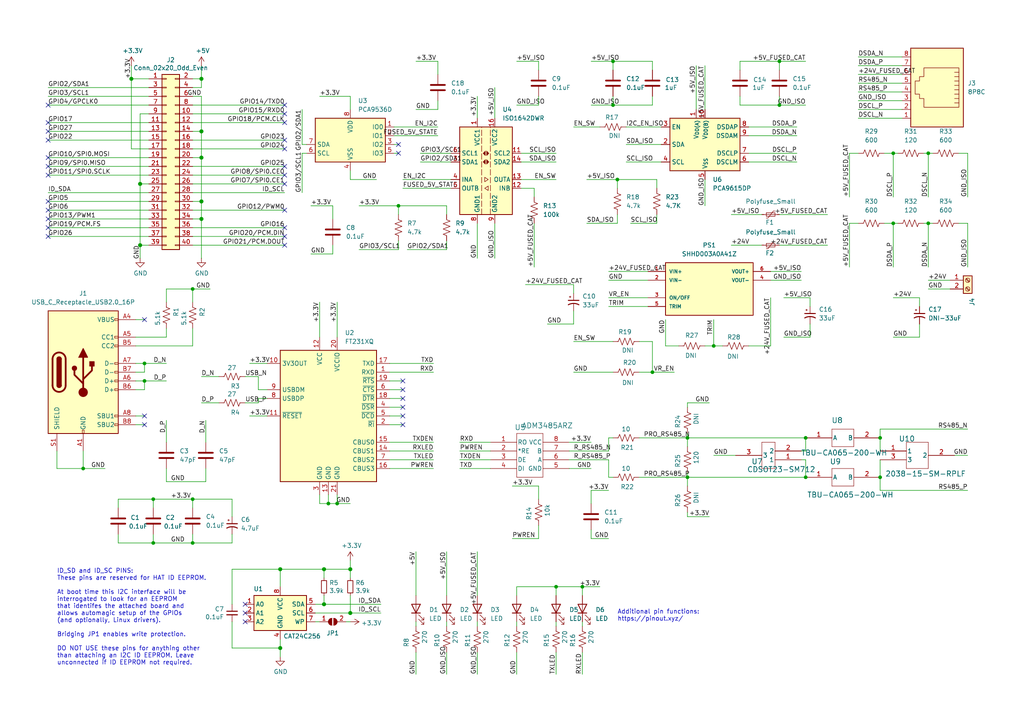
<source format=kicad_sch>
(kicad_sch (version 20231120) (generator "eeschema") (generator_version "8.0")
  (paper "A4")
  (title_block (date "15 nov 2012"))
  (junction (at 226.06 17.78))
  (junction (at 93.98 175.26) (diameter 1.016))
  (junction (at 58.42 22.86) (diameter 1.016))
  (junction (at 81.28 187.96) (diameter 1.016))
  (junction (at 58.42 38.1) (diameter 1.016))
  (junction (at 81.28 165.1) (diameter 1.016))
  (junction (at 259.08 44.45))
  (junction (at 199.39 138.43))
  (junction (at 179.07 52.07))
  (junction (at 101.6 165.1) (diameter 1.016))
  (junction (at 41.91 110.49))
  (junction (at 168.91 170.18))
  (junction (at 115.57 59.69))
  (junction (at 255.27 127))
  (junction (at 233.68 127))
  (junction (at 55.88 157.48))
  (junction (at 40.64 71.12) (diameter 1.016))
  (junction (at 259.08 64.77))
  (junction (at 161.29 170.18))
  (junction (at 40.64 53.34) (diameter 1.016))
  (junction (at 44.45 144.78))
  (junction (at 24.13 135.89))
  (junction (at 233.68 138.43))
  (junction (at 58.42 63.5) (diameter 1.016))
  (junction (at 55.88 144.78))
  (junction (at 226.06 30.48))
  (junction (at 95.25 146.05))
  (junction (at 177.8 30.48))
  (junction (at 41.91 105.41))
  (junction (at 269.24 44.45))
  (junction (at 269.24 64.77))
  (junction (at 177.8 17.78))
  (junction (at 55.88 83.82))
  (junction (at 207.01 100.33))
  (junction (at 58.42 58.42) (diameter 1.016))
  (junction (at 58.42 45.72) (diameter 1.016))
  (junction (at 101.6 177.8) (diameter 1.016))
  (junction (at 199.39 127))
  (junction (at 97.79 146.05))
  (junction (at 189.23 107.95))
  (junction (at 44.45 157.48))
  (junction (at 38.1 22.86) (diameter 1.016))
  (junction (at 93.98 165.1) (diameter 1.016))
  (junction (at 255.27 138.43))
  (no_connect (at 71.12 175.26))
  (no_connect (at 71.12 177.8))
  (no_connect (at 71.12 180.34))
  (no_connect (at 13.97 50.8))
  (no_connect (at 41.91 92.71))
  (no_connect (at 82.55 60.96))
  (no_connect (at 82.55 43.18))
  (no_connect (at 13.97 60.96))
  (no_connect (at 13.97 58.42))
  (no_connect (at 82.55 33.02))
  (no_connect (at 82.55 66.04))
  (no_connect (at 116.84 123.19))
  (no_connect (at 116.84 110.49))
  (no_connect (at 13.97 40.64))
  (no_connect (at 13.97 30.48))
  (no_connect (at 13.97 63.5))
  (no_connect (at 116.84 115.57))
  (no_connect (at 82.55 71.12))
  (no_connect (at 116.84 113.03))
  (no_connect (at 82.55 53.34))
  (no_connect (at 13.97 35.56))
  (no_connect (at 82.55 30.48))
  (no_connect (at 41.91 120.65))
  (no_connect (at 82.55 48.26))
  (no_connect (at 116.84 120.65))
  (no_connect (at 13.97 48.26))
  (no_connect (at 82.55 68.58))
  (no_connect (at 13.97 66.04))
  (no_connect (at 82.55 35.56))
  (no_connect (at 13.97 68.58))
  (no_connect (at 41.91 123.19))
  (no_connect (at 13.97 45.72))
  (no_connect (at 82.55 40.64))
  (no_connect (at 116.84 118.11))
  (no_connect (at 82.55 50.8))
  (no_connect (at 115.57 44.45))
  (no_connect (at 13.97 38.1))
  (no_connect (at 115.57 41.91))
  (wire (pts (xy 40.64 53.34) (xy 40.64 71.12)))
  (wire (pts (xy 55.88 53.34) (xy 82.55 53.34)))
  (wire (pts (xy 179.07 62.23) (xy 179.07 64.77)))
  (wire (pts (xy 189.23 27.94) (xy 189.23 30.48)))
  (wire (pts (xy 248.92 19.05) (xy 261.62 19.05)))
  (wire (pts (xy 248.92 29.21) (xy 261.62 29.21)))
  (wire (pts (xy 190.5 62.23) (xy 190.5 64.77)))
  (wire (pts (xy 133.35 128.27) (xy 142.24 128.27)))
  (wire (pts (xy 96.52 71.12) (xy 96.52 73.66)))
  (wire (pts (xy 43.18 35.56) (xy 13.97 35.56)))
  (wire (pts (xy 266.7 88.9) (xy 266.7 86.36)))
  (wire (pts (xy 81.28 165.1) (xy 93.98 165.1)))
  (wire (pts (xy 101.6 165.1) (xy 93.98 165.1)))
  (wire (pts (xy 101.6 167.64) (xy 101.6 165.1)))
  (wire (pts (xy 275.59 81.28) (xy 269.24 81.28)))
  (wire (pts (xy 226.06 20.32) (xy 226.06 17.78)))
  (wire (pts (xy 149.86 170.18) (xy 161.29 170.18)))
  (wire (pts (xy 97.79 146.05) (xy 101.6 146.05)))
  (wire (pts (xy 217.17 46.99) (xy 231.14 46.99)))
  (wire (pts (xy 232.41 133.35) (xy 233.68 133.35)))
  (wire (pts (xy 104.14 72.39) (xy 115.57 72.39)))
  (wire (pts (xy 171.45 156.21) (xy 176.53 156.21)))
  (wire (pts (xy 223.52 81.28) (xy 232.41 81.28)))
  (wire (pts (xy 92.71 27.94) (xy 101.6 27.94)))
  (wire (pts (xy 58.42 27.94) (xy 58.42 38.1)))
  (wire (pts (xy 39.37 92.71) (xy 41.91 92.71)))
  (wire (pts (xy 58.42 45.72) (xy 55.88 45.72)))
  (wire (pts (xy 161.29 170.18) (xy 168.91 170.18)))
  (wire (pts (xy 166.37 36.83) (xy 173.99 36.83)))
  (wire (pts (xy 166.37 90.17) (xy 166.37 93.98)))
  (wire (pts (xy 39.37 113.03) (xy 41.91 113.03)))
  (wire (pts (xy 116.84 52.07) (xy 130.81 52.07)))
  (wire (pts (xy 55.88 157.48) (xy 67.31 157.48)))
  (wire (pts (xy 96.52 63.5) (xy 96.52 59.69)))
  (wire (pts (xy 223.52 78.74) (xy 232.41 78.74)))
  (wire (pts (xy 67.31 154.94) (xy 67.31 157.48)))
  (wire (pts (xy 74.93 109.22) (xy 71.12 109.22)))
  (wire (pts (xy 74.93 113.03) (xy 77.47 113.03)))
  (wire (pts (xy 58.42 58.42) (xy 58.42 63.5)))
  (wire (pts (xy 214.63 30.48) (xy 214.63 27.94)))
  (wire (pts (xy 113.03 133.35) (xy 125.73 133.35)))
  (wire (pts (xy 255.27 124.46) (xy 255.27 127)))
  (wire (pts (xy 166.37 99.06) (xy 177.8 99.06)))
  (wire (pts (xy 181.61 46.99) (xy 191.77 46.99)))
  (wire (pts (xy 48.26 139.7) (xy 59.69 139.7)))
  (wire (pts (xy 280.67 57.15) (xy 280.67 44.45)))
  (wire (pts (xy 148.59 140.97) (xy 156.21 140.97)))
  (wire (pts (xy 72.39 105.41) (xy 77.47 105.41)))
  (wire (pts (xy 176.53 78.74) (xy 187.96 78.74)))
  (wire (pts (xy 217.17 39.37) (xy 231.14 39.37)))
  (wire (pts (xy 113.03 118.11) (xy 116.84 118.11)))
  (wire (pts (xy 90.17 73.66) (xy 96.52 73.66)))
  (wire (pts (xy 248.92 26.67) (xy 261.62 26.67)))
  (wire (pts (xy 255.27 133.35) (xy 255.27 138.43)))
  (wire (pts (xy 256.54 44.45) (xy 259.08 44.45)))
  (wire (pts (xy 113.03 120.65) (xy 116.84 120.65)))
  (wire (pts (xy 138.43 27.94) (xy 138.43 34.29)))
  (wire (pts (xy 138.43 64.77) (xy 138.43 74.93)))
  (wire (pts (xy 58.42 45.72) (xy 58.42 58.42)))
  (wire (pts (xy 138.43 160.02) (xy 138.43 172.72)))
  (wire (pts (xy 168.91 170.18) (xy 173.99 170.18)))
  (wire (pts (xy 55.88 30.48) (xy 82.55 30.48)))
  (wire (pts (xy 189.23 107.95) (xy 185.42 107.95)))
  (wire (pts (xy 138.43 189.23) (xy 138.43 195.58)))
  (wire (pts (xy 40.64 33.02) (xy 40.64 53.34)))
  (wire (pts (xy 161.29 170.18) (xy 161.29 172.72)))
  (wire (pts (xy 204.47 19.05) (xy 204.47 31.75)))
  (wire (pts (xy 91.44 175.26) (xy 93.98 175.26)))
  (wire (pts (xy 93.98 175.26) (xy 110.49 175.26)))
  (wire (pts (xy 148.59 156.21) (xy 156.21 156.21)))
  (wire (pts (xy 171.45 17.78) (xy 177.8 17.78)))
  (wire (pts (xy 176.53 88.9) (xy 187.96 88.9)))
  (wire (pts (xy 165.1 128.27) (xy 171.45 128.27)))
  (wire (pts (xy 269.24 44.45) (xy 270.51 44.45)))
  (wire (pts (xy 217.17 44.45) (xy 231.14 44.45)))
  (wire (pts (xy 226.06 17.78) (xy 214.63 17.78)))
  (wire (pts (xy 92.71 87.63) (xy 92.71 97.79)))
  (wire (pts (xy 115.57 59.69) (xy 129.54 59.69)))
  (wire (pts (xy 114.3 39.37) (xy 127 39.37)))
  (wire (pts (xy 40.64 33.02) (xy 43.18 33.02)))
  (wire (pts (xy 278.13 44.45) (xy 280.67 44.45)))
  (wire (pts (xy 91.44 180.34) (xy 92.71 180.34)))
  (wire (pts (xy 100.33 180.34) (xy 101.6 180.34)))
  (wire (pts (xy 92.71 146.05) (xy 95.25 146.05)))
  (wire (pts (xy 55.88 50.8) (xy 82.55 50.8)))
  (wire (pts (xy 176.53 127) (xy 177.8 127)))
  (wire (pts (xy 207.01 100.33) (xy 209.55 100.33)))
  (wire (pts (xy 43.18 55.88) (xy 13.97 55.88)))
  (wire (pts (xy 133.35 133.35) (xy 142.24 133.35)))
  (wire (pts (xy 95.25 143.51) (xy 95.25 146.05)))
  (wire (pts (xy 179.07 52.07) (xy 179.07 54.61)))
  (wire (pts (xy 267.97 64.77) (xy 269.24 64.77)))
  (wire (pts (xy 41.91 105.41) (xy 48.26 105.41)))
  (wire (pts (xy 13.97 58.42) (xy 43.18 58.42)))
  (wire (pts (xy 41.91 107.95) (xy 41.91 105.41)))
  (wire (pts (xy 34.29 154.94) (xy 34.29 157.48)))
  (wire (pts (xy 101.6 52.07) (xy 109.22 52.07)))
  (wire (pts (xy 143.51 25.4) (xy 143.51 34.29)))
  (wire (pts (xy 48.26 121.92) (xy 48.26 128.27)))
  (wire (pts (xy 127 29.21) (xy 127 31.75)))
  (wire (pts (xy 165.1 133.35) (xy 176.53 133.35)))
  (wire (pts (xy 88.9 44.45) (xy 87.63 44.45)))
  (wire (pts (xy 48.26 97.79) (xy 48.26 95.25)))
  (wire (pts (xy 114.3 41.91) (xy 115.57 41.91)))
  (wire (pts (xy 48.26 135.89) (xy 48.26 139.7)))
  (wire (pts (xy 214.63 17.78) (xy 214.63 20.32)))
  (wire (pts (xy 204.47 100.33) (xy 207.01 100.33)))
  (wire (pts (xy 40.64 53.34) (xy 43.18 53.34)))
  (wire (pts (xy 101.6 162.56) (xy 101.6 165.1)))
  (wire (pts (xy 189.23 20.32) (xy 189.23 17.78)))
  (wire (pts (xy 176.53 133.35) (xy 176.53 138.43)))
  (wire (pts (xy 39.37 120.65) (xy 41.91 120.65)))
  (wire (pts (xy 248.92 24.13) (xy 261.62 24.13)))
  (wire (pts (xy 120.65 17.78) (xy 127 17.78)))
  (wire (pts (xy 259.08 44.45) (xy 260.35 44.45)))
  (wire (pts (xy 55.88 40.64) (xy 82.55 40.64)))
  (wire (pts (xy 81.28 165.1) (xy 81.28 170.18)))
  (wire (pts (xy 267.97 44.45) (xy 269.24 44.45)))
  (wire (pts (xy 152.4 82.55) (xy 166.37 82.55)))
  (wire (pts (xy 226.06 71.12) (xy 240.03 71.12)))
  (wire (pts (xy 55.88 147.32) (xy 55.88 144.78)))
  (wire (pts (xy 255.27 138.43) (xy 255.27 142.24)))
  (wire (pts (xy 67.31 149.86) (xy 67.31 144.78)))
  (wire (pts (xy 199.39 125.73) (xy 199.39 127)))
  (wire (pts (xy 90.17 59.69) (xy 96.52 59.69)))
  (wire (pts (xy 55.88 71.12) (xy 82.55 71.12)))
  (wire (pts (xy 40.64 71.12) (xy 40.64 74.93)))
  (wire (pts (xy 13.97 38.1) (xy 43.18 38.1)))
  (wire (pts (xy 101.6 172.72) (xy 101.6 177.8)))
  (wire (pts (xy 59.69 139.7) (xy 59.69 135.89)))
  (wire (pts (xy 151.13 54.61) (xy 154.94 54.61)))
  (wire (pts (xy 38.1 19.05) (xy 38.1 22.86)))
  (wire (pts (xy 113.03 128.27) (xy 125.73 128.27)))
  (wire (pts (xy 165.1 135.89) (xy 171.45 135.89)))
  (wire (pts (xy 113.03 110.49) (xy 116.84 110.49)))
  (wire (pts (xy 199.39 138.43) (xy 233.68 138.43)))
  (wire (pts (xy 121.92 46.99) (xy 130.81 46.99)))
  (wire (pts (xy 189.23 107.95) (xy 195.58 107.95)))
  (wire (pts (xy 190.5 52.07) (xy 190.5 54.61)))
  (wire (pts (xy 154.94 54.61) (xy 154.94 57.15)))
  (wire (pts (xy 39.37 97.79) (xy 48.26 97.79)))
  (wire (pts (xy 55.88 83.82) (xy 55.88 87.63)))
  (wire (pts (xy 97.79 87.63) (xy 97.79 97.79)))
  (wire (pts (xy 199.39 127) (xy 233.68 127)))
  (wire (pts (xy 58.42 63.5) (xy 55.88 63.5)))
  (wire (pts (xy 176.53 81.28) (xy 187.96 81.28)))
  (wire (pts (xy 120.65 189.23) (xy 120.65 195.58)))
  (wire (pts (xy 44.45 154.94) (xy 44.45 157.48)))
  (wire (pts (xy 256.54 64.77) (xy 259.08 64.77)))
  (wire (pts (xy 149.86 180.34) (xy 149.86 181.61)))
  (wire (pts (xy 16.51 135.89) (xy 24.13 135.89)))
  (wire (pts (xy 217.17 100.33) (xy 223.52 100.33)))
  (wire (pts (xy 127 21.59) (xy 127 17.78)))
  (wire (pts (xy 181.61 36.83) (xy 191.77 36.83)))
  (wire (pts (xy 189.23 99.06) (xy 189.23 107.95)))
  (wire (pts (xy 13.97 27.94) (xy 43.18 27.94)))
  (wire (pts (xy 166.37 107.95) (xy 177.8 107.95)))
  (wire (pts (xy 199.39 127) (xy 199.39 129.54)))
  (wire (pts (xy 120.65 31.75) (xy 127 31.75)))
  (wire (pts (xy 41.91 110.49) (xy 48.26 110.49)))
  (wire (pts (xy 168.91 170.18) (xy 168.91 172.72)))
  (wire (pts (xy 179.07 52.07) (xy 190.5 52.07)))
  (wire (pts (xy 196.85 100.33) (xy 193.04 100.33)))
  (wire (pts (xy 44.45 157.48) (xy 55.88 157.48)))
  (wire (pts (xy 133.35 135.89) (xy 142.24 135.89)))
  (wire (pts (xy 259.08 77.47) (xy 259.08 64.77)))
  (wire (pts (xy 13.97 50.8) (xy 43.18 50.8)))
  (wire (pts (xy 74.93 115.57) (xy 77.47 115.57)))
  (wire (pts (xy 16.51 130.81) (xy 16.51 135.89)))
  (wire (pts (xy 38.1 43.18) (xy 43.18 43.18)))
  (wire (pts (xy 114.3 36.83) (xy 127 36.83)))
  (wire (pts (xy 255.27 142.24) (xy 280.67 142.24)))
  (wire (pts (xy 248.92 21.59) (xy 261.62 21.59)))
  (wire (pts (xy 43.18 25.4) (xy 13.97 25.4)))
  (wire (pts (xy 226.06 62.23) (xy 240.03 62.23)))
  (wire (pts (xy 58.42 22.86) (xy 58.42 25.4)))
  (wire (pts (xy 104.14 59.69) (xy 115.57 59.69)))
  (wire (pts (xy 55.88 154.94) (xy 55.88 157.48)))
  (wire (pts (xy 44.45 147.32) (xy 44.45 144.78)))
  (wire (pts (xy 58.42 38.1) (xy 58.42 45.72)))
  (wire (pts (xy 165.1 130.81) (xy 176.53 130.81)))
  (wire (pts (xy 248.92 16.51) (xy 261.62 16.51)))
  (wire (pts (xy 88.9 41.91) (xy 87.63 41.91)))
  (wire (pts (xy 55.88 35.56) (xy 82.55 35.56)))
  (wire (pts (xy 34.29 144.78) (xy 44.45 144.78)))
  (wire (pts (xy 185.42 127) (xy 199.39 127)))
  (wire (pts (xy 58.42 38.1) (xy 55.88 38.1)))
  (wire (pts (xy 101.6 31.75) (xy 101.6 27.94)))
  (wire (pts (xy 248.92 34.29) (xy 261.62 34.29)))
  (wire (pts (xy 72.39 120.65) (xy 77.47 120.65)))
  (wire (pts (xy 280.67 77.47) (xy 280.67 64.77)))
  (wire (pts (xy 58.42 19.05) (xy 58.42 22.86)))
  (wire (pts (xy 24.13 130.81) (xy 24.13 135.89)))
  (wire (pts (xy 48.26 87.63) (xy 48.26 83.82)))
  (wire (pts (xy 158.75 93.98) (xy 166.37 93.98)))
  (wire (pts (xy 151.13 52.07) (xy 161.29 52.07)))
  (wire (pts (xy 138.43 180.34) (xy 138.43 181.61)))
  (wire (pts (xy 199.39 116.84) (xy 205.74 116.84)))
  (wire (pts (xy 13.97 30.48) (xy 43.18 30.48)))
  (wire (pts (xy 39.37 107.95) (xy 41.91 107.95)))
  (wire (pts (xy 93.98 165.1) (xy 93.98 167.64)))
  (wire (pts (xy 177.8 20.32) (xy 177.8 17.78)))
  (wire (pts (xy 58.42 22.86) (xy 55.88 22.86)))
  (wire (pts (xy 129.54 69.85) (xy 129.54 72.39)))
  (wire (pts (xy 38.1 22.86) (xy 38.1 43.18)))
  (wire (pts (xy 176.53 130.81) (xy 176.53 127)))
  (wire (pts (xy 226.06 30.48) (xy 233.68 30.48)))
  (wire (pts (xy 55.88 43.18) (xy 82.55 43.18)))
  (wire (pts (xy 44.45 144.78) (xy 55.88 144.78)))
  (wire (pts (xy 212.09 62.23) (xy 220.98 62.23)))
  (wire (pts (xy 55.88 33.02) (xy 82.55 33.02)))
  (wire (pts (xy 93.98 172.72) (xy 93.98 175.26)))
  (wire (pts (xy 91.44 177.8) (xy 101.6 177.8)))
  (wire (pts (xy 101.6 177.8) (xy 110.49 177.8)))
  (wire (pts (xy 246.38 64.77) (xy 248.92 64.77)))
  (wire (pts (xy 166.37 85.09) (xy 166.37 82.55)))
  (wire (pts (xy 226.06 30.48) (xy 214.63 30.48)))
  (wire (pts (xy 13.97 40.64) (xy 43.18 40.64)))
  (wire (pts (xy 13.97 48.26) (xy 43.18 48.26)))
  (wire (pts (xy 269.24 64.77) (xy 270.51 64.77)))
  (wire (pts (xy 177.8 30.48) (xy 189.23 30.48)))
  (wire (pts (xy 39.37 100.33) (xy 55.88 100.33)))
  (wire (pts (xy 246.38 44.45) (xy 248.92 44.45)))
  (wire (pts (xy 259.08 97.79) (xy 266.7 97.79)))
  (wire (pts (xy 67.31 144.78) (xy 55.88 144.78)))
  (wire (pts (xy 199.39 148.59) (xy 199.39 149.86)))
  (wire (pts (xy 199.39 149.86) (xy 205.74 149.86)))
  (wire (pts (xy 255.27 127) (xy 255.27 130.81)))
  (wire (pts (xy 129.54 160.02) (xy 129.54 172.72)))
  (wire (pts (xy 113.03 135.89) (xy 125.73 135.89)))
  (wire (pts (xy 97.79 146.05) (xy 97.79 143.51)))
  (wire (pts (xy 113.03 107.95) (xy 125.73 107.95)))
  (wire (pts (xy 181.61 41.91) (xy 191.77 41.91)))
  (wire (pts (xy 13.97 60.96) (xy 43.18 60.96)))
  (wire (pts (xy 156.21 144.78) (xy 156.21 140.97)))
  (wire (pts (xy 170.18 64.77) (xy 179.07 64.77)))
  (wire (pts (xy 58.42 25.4) (xy 55.88 25.4)))
  (wire (pts (xy 116.84 54.61) (xy 130.81 54.61)))
  (wire (pts (xy 95.25 146.05) (xy 97.79 146.05)))
  (wire (pts (xy 92.71 143.51) (xy 92.71 146.05)))
  (wire (pts (xy 217.17 36.83) (xy 231.14 36.83)))
  (wire (pts (xy 87.63 31.75) (xy 87.63 41.91)))
  (wire (pts (xy 212.09 71.12) (xy 220.98 71.12)))
  (wire (pts (xy 232.41 130.81) (xy 233.68 130.81)))
  (wire (pts (xy 199.39 138.43) (xy 199.39 140.97)))
  (wire (pts (xy 171.45 142.24) (xy 176.53 142.24)))
  (wire (pts (xy 143.51 64.77) (xy 143.51 74.93)))
  (wire (pts (xy 259.08 64.77) (xy 260.35 64.77)))
  (wire (pts (xy 24.13 135.89) (xy 30.48 135.89)))
  (wire (pts (xy 156.21 152.4) (xy 156.21 156.21)))
  (wire (pts (xy 13.97 66.04) (xy 43.18 66.04)))
  (wire (pts (xy 171.45 30.48) (xy 177.8 30.48)))
  (wire (pts (xy 149.86 17.78) (xy 156.21 17.78)))
  (wire (pts (xy 55.88 66.04) (xy 82.55 66.04)))
  (wire (pts (xy 177.8 27.94) (xy 177.8 30.48)))
  (wire (pts (xy 246.38 77.47) (xy 246.38 64.77)))
  (wire (pts (xy 189.23 17.78) (xy 177.8 17.78)))
  (wire (pts (xy 170.18 52.07) (xy 179.07 52.07)))
  (wire (pts (xy 55.88 60.96) (xy 82.55 60.96)))
  (wire (pts (xy 129.54 180.34) (xy 129.54 181.61)))
  (wire (pts (xy 39.37 123.19) (xy 41.91 123.19)))
  (wire (pts (xy 269.24 77.47) (xy 269.24 64.77)))
  (wire (pts (xy 40.64 71.12) (xy 43.18 71.12)))
  (wire (pts (xy 207.01 92.71) (xy 207.01 100.33)))
  (wire (pts (xy 182.88 64.77) (xy 190.5 64.77)))
  (wire (pts (xy 193.04 92.71) (xy 193.04 100.33)))
  (wire (pts (xy 55.88 68.58) (xy 82.55 68.58)))
  (wire (pts (xy 226.06 17.78) (xy 233.68 17.78)))
  (wire (pts (xy 266.7 93.98) (xy 266.7 97.79)))
  (wire (pts (xy 234.95 88.9) (xy 234.95 86.36)))
  (wire (pts (xy 234.95 93.98) (xy 234.95 97.79)))
  (wire (pts (xy 74.93 116.84) (xy 71.12 116.84)))
  (wire (pts (xy 58.42 27.94) (xy 55.88 27.94)))
  (wire (pts (xy 113.03 123.19) (xy 116.84 123.19)))
  (wire (pts (xy 275.59 83.82) (xy 269.24 83.82)))
  (wire (pts (xy 13.97 68.58) (xy 43.18 68.58)))
  (wire (pts (xy 149.86 30.48) (xy 156.21 30.48)))
  (wire (pts (xy 185.42 99.06) (xy 189.23 99.06)))
  (wire (pts (xy 171.45 153.67) (xy 171.45 156.21)))
  (wire (pts (xy 121.92 44.45) (xy 130.81 44.45)))
  (wire (pts (xy 199.39 118.11) (xy 199.39 116.84)))
  (wire (pts (xy 248.92 31.75) (xy 261.62 31.75)))
  (wire (pts (xy 199.39 137.16) (xy 199.39 138.43)))
  (wire (pts (xy 259.08 57.15) (xy 259.08 44.45)))
  (wire (pts (xy 227.33 86.36) (xy 234.95 86.36)))
  (wire (pts (xy 59.69 121.92) (xy 59.69 128.27)))
  (wire (pts (xy 259.08 86.36) (xy 266.7 86.36)))
  (wire (pts (xy 233.68 133.35) (xy 233.68 138.43)))
  (wire (pts (xy 201.93 19.05) (xy 201.93 31.75)))
  (wire (pts (xy 207.01 132.08) (xy 213.36 132.08)))
  (wire (pts (xy 255.27 124.46) (xy 280.67 124.46)))
  (wire (pts (xy 133.35 130.81) (xy 142.24 130.81)))
  (wire (pts (xy 120.65 180.34) (xy 120.65 181.61)))
  (wire (pts (xy 227.33 97.79) (xy 234.95 97.79)))
  (wire (pts (xy 34.29 147.32) (xy 34.29 144.78)))
  (wire (pts (xy 58.42 109.22) (xy 63.5 109.22)))
  (wire (pts (xy 39.37 105.41) (xy 41.91 105.41)))
  (wire (pts (xy 149.86 189.23) (xy 149.86 195.58)))
  (wire (pts (xy 168.91 180.34) (xy 168.91 181.61)))
  (wire (pts (xy 67.31 165.1) (xy 67.31 175.26)))
  (wire (pts (xy 67.31 180.34) (xy 67.31 187.96)))
  (wire (pts (xy 67.31 187.96) (xy 81.28 187.96)))
  (wire (pts (xy 81.28 165.1) (xy 67.31 165.1)))
  (wire (pts (xy 269.24 57.15) (xy 269.24 44.45)))
  (wire (pts (xy 161.29 180.34) (xy 161.29 181.61)))
  (wire (pts (xy 81.28 185.42) (xy 81.28 187.96)))
  (wire (pts (xy 81.28 187.96) (xy 81.28 190.5)))
  (wire (pts (xy 118.11 72.39) (xy 129.54 72.39)))
  (wire (pts (xy 34.29 157.48) (xy 44.45 157.48)))
  (wire (pts (xy 246.38 57.15) (xy 246.38 44.45)))
  (wire (pts (xy 39.37 110.49) (xy 41.91 110.49)))
  (wire (pts (xy 171.45 146.05) (xy 171.45 142.24)))
  (wire (pts (xy 55.88 83.82) (xy 60.96 83.82)))
  (wire (pts (xy 58.42 63.5) (xy 58.42 74.93)))
  (wire (pts (xy 120.65 160.02) (xy 120.65 172.72)))
  (wire (pts (xy 55.88 48.26) (xy 82.55 48.26)))
  (wire (pts (xy 43.18 63.5) (xy 13.97 63.5)))
  (wire (pts (xy 74.93 115.57) (xy 74.93 116.84)))
  (wire (pts (xy 161.29 189.23) (xy 161.29 195.58)))
  (wire (pts (xy 101.6 49.53) (xy 101.6 52.07)))
  (wire (pts (xy 113.03 113.03) (xy 116.84 113.03)))
  (wire (pts (xy 48.26 83.82) (xy 55.88 83.82)))
  (wire (pts (xy 156.21 27.94) (xy 156.21 30.48)))
  (wire (pts (xy 113.03 105.41) (xy 125.73 105.41)))
  (wire (pts (xy 115.57 59.69) (xy 115.57 62.23)))
  (wire (pts (xy 58.42 58.42) (xy 55.88 58.42)))
  (wire (pts (xy 129.54 189.23) (xy 129.54 195.58)))
  (wire (pts (xy 115.57 69.85) (xy 115.57 72.39)))
  (wire (pts (xy 149.86 170.18) (xy 149.86 172.72)))
  (wire (pts (xy 129.54 59.69) (xy 129.54 62.23)))
  (wire (pts (xy 176.53 86.36) (xy 187.96 86.36)))
  (wire (pts (xy 55.88 100.33) (xy 55.88 95.25)))
  (wire (pts (xy 38.1 22.86) (xy 43.18 22.86)))
  (wire (pts (xy 156.21 20.32) (xy 156.21 17.78)))
  (wire (pts (xy 204.47 52.07) (xy 204.47 59.69)))
  (wire (pts (xy 58.42 116.84) (xy 63.5 116.84)))
  (wire (pts (xy 278.13 64.77) (xy 280.67 64.77)))
  (wire (pts (xy 168.91 189.23) (xy 168.91 195.58)))
  (wire (pts (xy 276.86 132.08) (xy 280.67 132.08)))
  (wire (pts (xy 87.63 44.45) (xy 87.63 55.88)))
  (wire (pts (xy 41.91 113.03) (xy 41.91 110.49)))
  (wire (pts (xy 176.53 138.43) (xy 177.8 138.43)))
  (wire (pts (xy 233.68 130.81) (xy 233.68 127)))
  (wire (pts (xy 185.42 138.43) (xy 199.39 138.43)))
  (wire (pts (xy 151.13 44.45) (xy 161.29 44.45)))
  (wire (pts (xy 43.18 45.72) (xy 13.97 45.72)))
  (wire (pts (xy 223.52 86.36) (xy 223.52 100.33)))
  (wire (pts (xy 55.88 55.88) (xy 82.55 55.88)))
  (wire (pts (xy 154.94 64.77) (xy 154.94 77.47)))
  (wire (pts (xy 74.93 113.03) (xy 74.93 109.22)))
  (wire (pts (xy 151.13 46.99) (xy 161.29 46.99)))
  (wire (pts (xy 226.06 27.94) (xy 226.06 30.48)))
  (wire (pts (xy 114.3 44.45) (xy 115.57 44.45)))
  (wire (pts (xy 113.03 130.81) (xy 125.73 130.81)))
  (wire (pts (xy 113.03 115.57) (xy 116.84 115.57)))
  (text "Additional pin functions:\nhttps://pinout.xyz/" (at 179.07 180.34 0) (effects (font (size 1.27 1.27)) (justify left bottom)))
  (text "ID_SD and ID_SC PINS:\nThese pins are reserved for HAT ID EEPROM.\n\nAt boot time this I2C interface will be\ninterrogated to look for an EEPROM\nthat identifes the attached board and\nallows automagic setup of the GPIOs\n(and optionally, Linux drivers).\n\nBridging JP1 enables write protection.\n\nDO NOT USE these pins for anything other\nthan attaching an I2C ID EEPROM. Leave\nunconnected if ID EEPROM not required." (at 16.51 193.04 0) (effects (font (size 1.27 1.27)) (justify left bottom)))
  (label "SCL_ISO" (at 161.29 44.45 180))
  (label "GND" (at 90.17 73.66 0))
  (label "RXLED" (at 168.91 195.58 90))
  (label "+5V_ISO" (at 232.41 78.74 180))
  (label "+3.3V" (at 104.14 59.69 0))
  (label "ID_SDA" (at 13.97 55.88 0))
  (label "DSDA_N" (at 231.14 39.37 180))
  (label "GPIO2{slash}SDA1" (at 118.11 72.39 0))
  (label "GPIO6" (at 13.97 60.96 0))
  (label "RS485_P" (at 280.67 142.24 180))
  (label "GND" (at 166.37 107.95 0))
  (label "VR_EN" (at 195.58 107.95 180))
  (label "SDA_ISO" (at 161.29 46.99 180))
  (label "PRO_RS485_P" (at 186.69 138.43 0))
  (label "D_P" (at 48.26 121.92 270))
  (label "+5V_FUSED_CAT" (at 233.68 17.78 180))
  (label "GND" (at 176.53 81.28 0))
  (label "ID_SDA" (at 110.49 175.26 180))
  (label "+5V_ISO" (at 201.93 19.05 270))
  (label "D_P" (at 58.42 116.84 0))
  (label "EN_SW" (at 166.37 99.06 0))
  (label "DSCL_P" (at 231.14 44.45 180))
  (label "GND" (at 40.64 71.12 270))
  (label "GND_ISO" (at 204.47 59.69 90))
  (label "I2C_EN_ISO" (at 181.61 36.83 0))
  (label "GND" (at 60.96 83.82 180))
  (label "GND" (at 30.48 135.89 180))
  (label "GND_ISO" (at 171.45 30.48 0))
  (label "ID_SCL" (at 82.55 55.88 180))
  (label "GND" (at 269.24 83.82 0))
  (label "DSDA_P" (at 231.14 36.83 180))
  (label "GPIO5" (at 13.97 58.42 0))
  (label "+5V_FUSED_CAT" (at 240.03 62.23 180))
  (label "GPIO3{slash}SCL1" (at 121.92 44.45 0))
  (label "GPIO3{slash}SCL1" (at 87.63 55.88 90))
  (label "+5V" (at 120.65 160.02 270))
  (label "GPIO21{slash}PCM.DOUT" (at 82.55 71.12 180))
  (label "GND_ISO" (at 129.54 195.58 90))
  (label "GPIO19{slash}PCM.FS" (at 13.97 66.04 0))
  (label "+24V_FUSED_CAT" (at 176.53 78.74 0))
  (label "+5V_ISO" (at 227.33 86.36 0))
  (label "GND" (at 207.01 132.08 0))
  (label "+3.3V" (at 49.53 144.78 0))
  (label "GPIO10{slash}SPI0.MOSI" (at 13.97 45.72 0))
  (label "GPIO9{slash}SPI0.MISO" (at 13.97 48.26 0))
  (label "+5V_ISO" (at 129.54 160.02 270))
  (label "USB_P" (at 71.12 116.84 0))
  (label "PRO_RS485_N" (at 186.69 127 0))
  (label "+3.3V" (at 138.43 27.94 270))
  (label "PWREN" (at 148.59 156.21 0))
  (label "+3.3V" (at 205.74 149.86 180))
  (label "TXDEN" (at 125.73 128.27 180))
  (label "DSDA_P" (at 248.92 19.05 0))
  (label "GND_ISO" (at 233.68 30.48 180))
  (label "+5V_ISO" (at 171.45 17.78 0))
  (label "+3.3V" (at 171.45 128.27 180))
  (label "GPIO23" (at 82.55 40.64 180))
  (label "GND_ISO" (at 227.33 97.79 0))
  (label "PWREN" (at 125.73 135.89 180))
  (label "SDA_ISO" (at 181.61 41.91 0))
  (label "+3.3V" (at 173.99 170.18 180))
  (label "RXD" (at 125.73 107.95 180))
  (label "+24V" (at 269.24 81.28 0))
  (label "GND" (at 49.53 139.7 0))
  (label "GPIO4{slash}GPCLK0" (at 13.97 30.48 0))
  (label "GND" (at 158.75 93.98 0))
  (label "+3.3V" (at 92.71 87.63 270))
  (label "DSDA_N" (at 269.24 77.47 90))
  (label "GPIO27" (at 13.97 38.1 0))
  (label "DSCL_P" (at 248.92 31.75 0))
  (label "FUSED_5V_STATE" (at 127 39.37 180))
  (label "RS485_N" (at 280.67 124.46 180))
  (label "GPIO26" (at 13.97 68.58 0))
  (label "GPIO14{slash}TXD0" (at 82.55 30.48 180))
  (label "GND" (at 259.08 97.79 0))
  (label "GPIO8{slash}SPI0.CE0" (at 82.55 50.8 180))
  (label "GPIO15{slash}RXD0" (at 82.55 33.02 180))
  (label "SCL_ISO" (at 182.88 64.77 0))
  (label "GPIO16" (at 82.55 66.04 180))
  (label "GND" (at 193.04 92.71 270))
  (label "+5V_FUSED_CAT" (at 154.94 77.47 90))
  (label "GND" (at 120.65 31.75 0))
  (label "R_RS485_N" (at 166.37 130.81 0))
  (label "+3.3V" (at 120.65 17.78 0))
  (label "+5V_FUSED_CAT" (at 246.38 77.47 90))
  (label "+24V_FUSED_CAT" (at 248.92 21.59 0))
  (label "+3.3V" (at 38.1 22.86 90))
  (label "GND_ISO" (at 149.86 30.48 0))
  (label "EN_SW" (at 161.29 52.07 180))
  (label "GPIO22" (at 13.97 40.64 0))
  (label "D_N" (at 59.69 121.92 270))
  (label "GND" (at 120.65 195.58 90))
  (label "GND" (at 171.45 135.89 180))
  (label "TXLED" (at 125.73 133.35 180))
  (label "+5V_FUSED_CAT" (at 246.38 57.15 90))
  (label "EN_SW" (at 166.37 36.83 0))
  (label "TXD" (at 125.73 105.41 180))
  (label "GPIO2{slash}SDA1" (at 13.97 25.4 0))
  (label "GND" (at 149.86 195.58 90))
  (label "GND_ISO" (at 248.92 29.21 0))
  (label "TXDEN" (at 133.35 133.35 0))
  (label "GPIO17" (at 13.97 35.56 0))
  (label "RXD" (at 133.35 128.27 0))
  (label "+3.3V" (at 72.39 105.41 0))
  (label "+24V" (at 212.09 71.12 0))
  (label "RXLED" (at 125.73 130.81 180))
  (label "GPIO25" (at 82.55 48.26 180))
  (label "DSCL_N" (at 248.92 34.29 0))
  (label "GND_ISO" (at 232.41 81.28 180))
  (label "TXLED" (at 161.29 195.58 90))
  (label "GPIO3{slash}SCL1" (at 13.97 27.94 0))
  (label "+3.3V" (at 92.71 27.94 0))
  (label "+5V_ISO" (at 143.51 25.4 270))
  (label "USB_N" (at 71.12 109.22 0))
  (label "GPIO18{slash}PCM.CLK" (at 82.55 35.56 180))
  (label "D_N" (at 48.26 105.41 180))
  (label "GPIO12{slash}PWM0" (at 82.55 60.96 180))
  (label "+5V_ISO" (at 212.09 62.23 0))
  (label "+3.3V" (at 90.17 59.69 0))
  (label "TXD" (at 133.35 135.89 0))
  (label "SCL_ISO" (at 181.61 46.99 0))
  (label "GPIO13{slash}PWM1" (at 13.97 63.5 0))
  (label "+24V_FUSED_CAT" (at 152.4 82.55 0))
  (label "+5V_FUSED_CAT" (at 138.43 160.02 270))
  (label "GND" (at 49.53 157.48 0))
  (label "GPIO20{slash}PCM.DIN" (at 82.55 68.58 180))
  (label "DSDA_N" (at 248.92 16.51 0))
  (label "GND" (at 101.6 146.05 180))
  (label "GPIO24" (at 82.55 43.18 180))
  (label "GND_ISO" (at 138.43 195.58 90))
  (label "+5V_ISO" (at 170.18 52.07 0))
  (label "GPIO7{slash}SPI0.CE1" (at 82.55 53.34 180))
  (label "D_P" (at 48.26 110.49 180))
  (label "GND_ISO" (at 280.67 57.15 90))
  (label "D_N" (at 58.42 109.22 0))
  (label "+5V_FUSED_CAT" (at 204.47 19.05 270))
  (label "GND" (at 205.74 116.84 180))
  (label "DSCL_N" (at 231.14 46.99 180))
  (label "+3.3V" (at 176.53 142.24 180))
  (label "EN_I2C" (at 127 36.83 180))
  (label "+24V_FUSED_CAT" (at 223.52 86.36 270))
  (label "GND" (at 138.43 74.93 90))
  (label "TRIM" (at 176.53 88.9 0))
  (label "+3.3V" (at 148.59 140.97 0))
  (label "GND_ISO" (at 143.51 74.93 90))
  (label "GND" (at 58.42 27.94 180))
  (label "GND_ISO" (at 280.67 77.47 90))
  (label "EN_I2C" (at 116.84 52.07 0))
  (label "+3.3V" (at 72.39 120.65 0))
  (label "ID_SCL" (at 110.49 177.8 180))
  (label "GPIO2{slash}SDA1" (at 121.92 46.99 0))
  (label "GPIO3{slash}SCL1" (at 104.14 72.39 0))
  (label "DSDA_P" (at 259.08 77.47 90))
  (label "PWREN" (at 133.35 130.81 0))
  (label "DSCL_P" (at 259.08 57.15 90))
  (label "FUSED_5V_STATE" (at 116.84 54.61 0))
  (label "GND" (at 176.53 156.21 180))
  (label "DSCL_N" (at 269.24 57.15 90))
  (label "+5V_ISO" (at 149.86 17.78 0))
  (label "R_RS485_P" (at 166.37 133.35 0))
  (label "GND" (at 109.22 52.07 180))
  (label "SDA_ISO" (at 170.18 64.77 0))
  (label "GPIO2{slash}SDA1" (at 87.63 31.75 270))
  (label "+24V" (at 259.08 86.36 0))
  (label "+3.3V" (at 97.79 87.63 270))
  (label "TRIM" (at 207.01 92.71 270))
  (label "RS485_N" (at 248.92 24.13 0))
  (label "VR_EN" (at 176.53 86.36 0))
  (label "+24V_FUSED_CAT" (at 240.03 71.12 180))
  (label "RS485_P" (at 248.92 26.67 0))
  (label "GPIO11{slash}SPI0.SCLK" (at 13.97 50.8 0))
  (label "GND" (at 280.67 132.08 180))
  (symbol (lib_id "power:+5V") (at 58.42 19.05 0) (unit 1)
    (property "Reference" "#PWR03" (effects (hide yes)))
    (property "Value" "+5V" (at 58.7883 14.7256 0))
    (property "Description" "Power symbol creates a global label with name \"+5V\"" (effects (hide yes)))
  )
  (symbol (lib_id "power:+3.3V") (at 38.1 19.05 0) (unit 1)
    (property "Reference" "#PWR01" (effects (hide yes)))
    (property "Value" "+3.3V" (at 38.4683 14.7256 0))
    (property "Description" "Power symbol creates a global label with name \"+3.3V\"" (effects (hide yes)))
  )
  (symbol (lib_id "power:GND") (at 58.42 74.93 0) (unit 1)
    (property "Reference" "#PWR04" (effects (hide yes)))
    (property "Value" "GND" (at 58.5343 79.2544 0))
    (property "Description" "Power symbol creates a global label with name \"GND\" , ground" (effects (hide yes)))
  )
  (symbol (lib_id "power:GND") (at 40.64 74.93 0) (unit 1)
    (property "Reference" "#PWR02" (effects (hide yes)))
    (property "Value" "GND" (at 40.7543 79.2544 0))
    (property "Description" "Power symbol creates a global label with name \"GND\" , ground" (effects (hide yes)))
  )
  (symbol (lib_id "Connector_Generic:Conn_02x20_Odd_Even") (at 48.26 45.72 0) (unit 1)
    (property "Reference" "J2" (at 49.53 17.3798 0))
    (property "Value" "Conn_02x20_Odd_Even" (at 49.53 19.685 0))
    (property "Footprint" "Connector_PinSocket_2.54mm:PinSocket_2x20_P2.54mm_Vertical" (effects (hide yes)))
    (property "Description" "Generic connector, double row, 02x20, odd/even pin numbering scheme (row 1 odd numbers, row 2 even numbers), script generated (kicad-library-utils/schlib/autogen/connector/)" (effects (hide yes)))
  )
  (symbol (lib_id "Device:R_US") (at 120.65 185.42 0) (unit 1)
    (property "Reference" "R8" (at 117.856 187.706 90) (effects (justify left)))
    (property "Value" "270" (at 123.19 186.6899 90) (effects (justify left)))
    (property "Footprint" "Resistor_SMD:R_0402_1005Metric_Pad0.72x0.64mm_HandSolder" (effects (hide yes)))
    (property "Description" "Resistor, US symbol" (effects (hide yes)))
  )
  (symbol (lib_id "Device:C_Small") (at 67.31 177.8 0) (unit 1)
    (property "Reference" "C7" (at 64.9858 176.6506 0) (effects (justify right)))
    (property "Value" "0.1uF" (at 64.9858 178.9493 0) (effects (justify right)))
    (property "Footprint" "Capacitor_SMD:C_0402_1005Metric_Pad0.74x0.62mm_HandSolder" (effects (hide yes)))
    (property "Description" "Unpolarized capacitor, small symbol" (effects (hide yes)))
  )
  (symbol (lib_id "Device:LED") (at 161.29 176.53 90) (unit 1)
    (property "Reference" "D5" (at 165.1 176.8474 90) (effects (justify right)))
    (property "Value" "LED" (at 165.1 179.3874 90) (effects (justify right)))
    (property "Footprint" "LED_SMD:LED_0805_2012Metric_Pad1.15x1.40mm_HandSolder" (effects (hide yes)))
    (property "Description" "Light emitting diode" (effects (hide yes)))
  )
  (symbol (lib_id "Device:R_Small") (at 93.98 170.18 0) (unit 1)
    (property "Reference" "R5" (at 95.4786 169.037 0) (effects (justify left)))
    (property "Value" "3.9k" (at 95.4787 171.3293 0) (effects (justify left)))
    (property "Footprint" "Resistor_SMD:R_0402_1005Metric_Pad0.72x0.64mm_HandSolder" (effects (hide yes)))
    (property "Description" "Resistor, small symbol" (effects (hide yes)))
  )
  (symbol (lib_id "Device:C_Polarized_Small_US") (at 166.37 87.63 0) (unit 1)
    (property "Reference" "C10" (at 168.91 85.9281 0) (effects (justify left)))
    (property "Value" "33uF" (at 168.91 88.4681 0) (effects (justify left)))
    (property "Footprint" "Capacitor_SMD:CP_Elec_8x10" (effects (hide yes)))
    (property "Description" "Polarized capacitor, small US symbol" (effects (hide yes)))
  )
  (symbol (lib_id "Device:LED") (at 168.91 176.53 90) (unit 1)
    (property "Reference" "D6" (at 172.72 176.8474 90) (effects (justify right)))
    (property "Value" "LED" (at 172.72 179.3874 90) (effects (justify right)))
    (property "Footprint" "LED_SMD:LED_0805_2012Metric_Pad1.15x1.40mm_HandSolder" (effects (hide yes)))
    (property "Description" "Light emitting diode" (effects (hide yes)))
  )
  (symbol (lib_id "Connector:Screw_Terminal_01x02") (at 280.67 81.28 0) (unit 1)
    (property "Reference" "J4" (at 281.9401 86.36 90) (effects (justify right)))
    (property "Value" "Screw_Terminal_01x02" (effects (hide yes)))
    (property "Footprint" "Connector_PinHeader_2.54mm:PinHeader_1x02_P2.54mm_Vertical" (effects (hide yes)))
    (property "Description" "Generic screw terminal, single row, 01x02, script generated (kicad-library-utils/schlib/autogen/connector/)" (effects (hide yes)))
  )
  (symbol (lib_id "Interface_USB:FT231XQ") (at 95.25 120.65 0) (unit 1)
    (property "Reference" "U2" (at 100.0141 96.52 0) (effects (justify left)))
    (property "Value" "FT231XQ" (at 100.0141 99.06 0) (effects (justify left)))
    (property "Footprint" "Package_DFN_QFN:QFN-20-1EP_4x4mm_P0.5mm_EP2.5x2.5mm" (effects (hide yes)))
    (property "Datasheet" "https://www.ftdichip.com/Support/Documents/DataSheets/ICs/DS_FT231X.pdf" (effects (hide yes)))
    (property "Description" "Full Speed USB to Full Handshake UART, QFN-20" (effects (hide yes)))
  )
  (symbol (lib_id "Device:R_US") (at 179.07 58.42 0) (unit 1)
    (property "Reference" "R18" (at 181.61 57.1499 0) (effects (justify left)))
    (property "Value" "4.7k" (at 181.61 59.6899 0) (effects (justify left)))
    (property "Footprint" "Resistor_SMD:R_0402_1005Metric_Pad0.72x0.64mm_HandSolder" (effects (hide yes)))
    (property "Description" "Resistor, US symbol" (effects (hide yes)))
  )
  (symbol (lib_id "Device:R_US") (at 181.61 107.95 270) (unit 1)
    (property "Reference" "R20" (at 182.626 105.156 90))
    (property "Value" "DNI" (at 182.118 110.998 90))
    (property "Footprint" "Resistor_SMD:R_0402_1005Metric_Pad0.72x0.64mm_HandSolder" (effects (hide yes)))
    (property "Description" "Resistor, US symbol" (effects (hide yes)))
  )
  (symbol (lib_id "Device:LED") (at 138.43 176.53 90) (unit 1)
    (property "Reference" "D3" (at 142.24 176.8474 90) (effects (justify right)))
    (property "Value" "LED" (at 142.24 179.3874 90) (effects (justify right)))
    (property "Footprint" "LED_SMD:LED_0805_2012Metric_Pad1.15x1.40mm_HandSolder" (effects (hide yes)))
    (property "Description" "Light emitting diode" (effects (hide yes)))
  )
  (symbol (lib_id "Device:C") (at 189.23 24.13 0) (unit 1)
    (property "Reference" "C13" (at 193.04 23.114 0) (effects (justify left)))
    (property "Value" "1uF" (at 192.786 25.4 0) (effects (justify left)))
    (property "Footprint" "Capacitor_SMD:C_0805_2012Metric" (effects (hide yes)))
    (property "Description" "Unpolarized capacitor" (effects (hide yes)))
  )
  (symbol (lib_id "Device:C") (at 96.52 67.31 0) (unit 1)
    (property "Reference" "C8" (at 100.33 66.0399 0) (effects (justify left)))
    (property "Value" "0.1uF" (at 100.33 68.5799 0) (effects (justify left)))
    (property "Footprint" "Capacitor_SMD:C_0402_1005Metric_Pad0.74x0.62mm_HandSolder" (effects (hide yes)))
    (property "Description" "Unpolarized capacitor" (effects (hide yes)))
  )
  (symbol (lib_id "Device:R_US") (at 156.21 148.59 0) (unit 1)
    (property "Reference" "R14" (at 153.416 150.876 90) (effects (justify left)))
    (property "Value" "10k" (at 158.75 149.8599 90) (effects (justify left)))
    (property "Footprint" "Resistor_SMD:R_0402_1005Metric_Pad0.72x0.64mm_HandSolder" (effects (hide yes)))
    (property "Description" "Resistor, US symbol" (effects (hide yes)))
  )
  (symbol (lib_id "Device:R_US") (at 161.29 185.42 0) (unit 1)
    (property "Reference" "R15" (at 158.496 187.706 90) (effects (justify left)))
    (property "Value" "270" (at 163.83 186.6899 90) (effects (justify left)))
    (property "Footprint" "Resistor_SMD:R_0402_1005Metric_Pad0.72x0.64mm_HandSolder" (effects (hide yes)))
    (property "Description" "Resistor, US symbol" (effects (hide yes)))
  )
  (symbol (lib_id "Device:C") (at 214.63 24.13 0) (unit 1)
    (property "Reference" "C14" (at 218.44 23.114 0) (effects (justify left)))
    (property "Value" "1uF" (at 218.186 25.4 0) (effects (justify left)))
    (property "Footprint" "Capacitor_SMD:C_0805_2012Metric" (effects (hide yes)))
    (property "Description" "Unpolarized capacitor" (effects (hide yes)))
  )
  (symbol (lib_id "Device:C_Polarized_Small_US") (at 234.95 91.44 0) (unit 1)
    (property "Reference" "C16" (at 237.49 89.7381 0) (effects (justify left)))
    (property "Value" "33uF" (at 237.49 92.2781 0) (effects (justify left)))
    (property "Footprint" "Capacitor_SMD:CP_Elec_8x10" (effects (hide yes)))
    (property "Description" "Polarized capacitor, small US symbol" (effects (hide yes)))
  )
  (symbol (lib_id "Device:R_US") (at 138.43 185.42 0) (unit 1)
    (property "Reference" "R11" (at 135.636 187.706 90) (effects (justify left)))
    (property "Value" "270" (at 140.97 186.6899 90) (effects (justify left)))
    (property "Footprint" "Resistor_SMD:R_0402_1005Metric_Pad0.72x0.64mm_HandSolder" (effects (hide yes)))
    (property "Description" "Resistor, US symbol" (effects (hide yes)))
  )
  (symbol (lib_id "Jumper:SolderJumper_2_Open") (at 96.52 180.34 0) (unit 1)
    (property "Reference" "JP1" (at 96.52 183.623 0))
    (property "Value" "SolderJumper_2_Open" (effects (hide yes)))
    (property "Footprint" "Jumper:SolderJumper-2_P1.3mm_Open_Pad1.0x1.5mm" (effects (hide yes)))
    (property "Description" "Solder Jumper, 2-pole, open" (effects (hide yes)))
  )
  (symbol (lib_id "Device:LED") (at 120.65 176.53 90) (unit 1)
    (property "Reference" "D1" (at 124.46 176.8474 90) (effects (justify right)))
    (property "Value" "LED" (at 124.46 179.3874 90) (effects (justify right)))
    (property "Footprint" "LED_SMD:LED_0805_2012Metric_Pad1.15x1.40mm_HandSolder" (effects (hide yes)))
    (property "Description" "Light emitting diode" (effects (hide yes)))
  )
  (symbol (lib_id "Device:R_US") (at 168.91 185.42 0) (unit 1)
    (property "Reference" "R16" (at 166.116 187.706 90) (effects (justify left)))
    (property "Value" "270" (at 171.45 186.6899 90) (effects (justify left)))
    (property "Footprint" "Resistor_SMD:R_0402_1005Metric_Pad0.72x0.64mm_HandSolder" (effects (hide yes)))
    (property "Description" "Resistor, US symbol" (effects (hide yes)))
  )
  (symbol (lib_id "Device:R_US") (at 48.26 91.44 180) (unit 1)
    (property "Reference" "R1" (at 51.054 89.154 90) (effects (justify left)))
    (property "Value" "5.1k" (at 45.72 90.1701 90) (effects (justify left)))
    (property "Footprint" "Resistor_SMD:R_0402_1005Metric_Pad0.72x0.64mm_HandSolder" (effects (hide yes)))
    (property "Description" "Resistor, US symbol" (effects (hide yes)))
  )
  (symbol (lib_id "Connector:8P8C") (at 271.78 26.67 0) (mirror y) (unit 1)
    (property "Reference" "J3" (at 280.67 24.1299 0) (effects (justify right)))
    (property "Value" "8P8C" (at 280.67 26.6699 0) (effects (justify right)))
    (property "Footprint" "footprints:CONN8_2-908LF_AMP" (effects (hide yes)))
    (property "Description" "RJ connector, 8P8C (8 positions 8 connected), RJ31/RJ32/RJ33/RJ34/RJ35/RJ41/RJ45/RJ49/RJ61" (effects (hide yes)))
  )
  (symbol (lib_id "Device:R_Small") (at 101.6 170.18 0) (unit 1)
    (property "Reference" "R6" (at 103.0986 169.037 0) (effects (justify left)))
    (property "Value" "3.9k" (at 103.0987 171.3293 0) (effects (justify left)))
    (property "Footprint" "Resistor_SMD:R_0402_1005Metric_Pad0.72x0.64mm_HandSolder" (effects (hide yes)))
    (property "Description" "Resistor, small symbol" (effects (hide yes)))
  )
  (symbol (lib_id "Device:LED") (at 149.86 176.53 90) (unit 1)
    (property "Reference" "D4" (at 153.67 176.8474 90) (effects (justify right)))
    (property "Value" "LED" (at 153.67 179.3874 90) (effects (justify right)))
    (property "Footprint" "LED_SMD:LED_0805_2012Metric_Pad1.15x1.40mm_HandSolder" (effects (hide yes)))
    (property "Description" "Light emitting diode" (effects (hide yes)))
  )
  (symbol (lib_id "Connector:USB_C_Receptacle_USB2.0_16P") (at 24.13 107.95 0) (unit 1)
    (property "Reference" "J1" (at 24.13 85.09 0))
    (property "Value" "USB_C_Receptacle_USB2.0_16P" (at 24.13 87.63 0))
    (property "Footprint" "Connector_USB:USB_C_Receptacle_JAE_DX07S016JA1R1500" (effects (hide yes)))
    (property "Datasheet" "https://www.usb.org/sites/default/files/documents/usb_type-c.zip" (effects (hide yes)))
    (property "Description" "USB 2.0-only 16P Type-C Receptacle connector" (effects (hide yes)))
  )
  (symbol (lib_id "power:+3.3V") (at 101.6 162.56 0) (unit 1)
    (property "Reference" "#PWR06" (effects (hide yes)))
    (property "Value" "+3.3V" (at 101.9683 158.2356 0))
    (property "Description" "Power symbol creates a global label with name \"+3.3V\"" (effects (hide yes)))
  )
  (symbol (lib_id "Device:R_US") (at 129.54 66.04 0) (unit 1)
    (property "Reference" "R9" (at 132.08 64.77 0) (effects (justify left)))
    (property "Value" "4.7k" (at 132.08 67.3099 0) (effects (justify left)))
    (property "Footprint" "Resistor_SMD:R_0402_1005Metric_Pad0.72x0.64mm_HandSolder" (effects (hide yes)))
    (property "Description" "Resistor, US symbol" (effects (hide yes)))
  )
  (symbol (lib_id "Device:R_US") (at 274.32 44.45 90) (unit 1)
    (property "Reference" "R33" (at 274.32 38.1 90))
    (property "Value" "600" (at 274.32 40.64 90))
    (property "Footprint" "Resistor_SMD:R_0402_1005Metric_Pad0.72x0.64mm_HandSolder" (effects (hide yes)))
    (property "Description" "Resistor, US symbol" (effects (hide yes)))
  )
  (symbol (lib_id "Interface:PCA9615DP") (at 204.47 41.91 0) (unit 1)
    (property "Reference" "U6" (at 206.6941 52.07 0) (effects (justify left)))
    (property "Value" "PCA9615DP" (at 206.6941 54.61 0) (effects (justify left)))
    (property "Footprint" "Package_SO:TSSOP-10_3x3mm_P0.5mm" (effects (hide yes)))
    (property "Datasheet" "https://www.nxp.com/docs/en/data-sheet/PCA9615.pdf" (effects (hide yes)))
    (property "Description" "Dual bidirectional hot-swap multipoint bus buffer, SO-8" (effects (hide yes)))
  )
  (symbol (lib_id "2024-06-30_08-03-42:TBU-CA065-200-WH") (at 233.68 138.43 0) (unit 1)
    (property "Reference" "U9" (at 242.316 133.858 0) (effects (font (size 1.524 1.524))))
    (property "Value" "TBU-CA065-200-WH" (at 246.634 143.51 0) (effects (font (size 1.524 1.524))))
    (property "Footprint" "footprints:TBU-CA065-200-WH" (effects (hide yes)))
    (property "Datasheet" "TBU-CA065-200-WH" (effects (hide yes)))
  )
  (symbol (lib_id "Device:R_US") (at 149.86 185.42 0) (unit 1)
    (property "Reference" "R12" (at 147.066 187.706 90) (effects (justify left)))
    (property "Value" "270" (at 152.4 186.6899 90) (effects (justify left)))
    (property "Footprint" "Resistor_SMD:R_0402_1005Metric_Pad0.72x0.64mm_HandSolder" (effects (hide yes)))
    (property "Description" "Resistor, US symbol" (effects (hide yes)))
  )
  (symbol (lib_id "Device:R_US") (at 154.94 60.96 0) (unit 1)
    (property "Reference" "R13" (at 157.48 59.6899 0) (effects (justify left)))
    (property "Value" "100k" (at 157.48 62.2299 0) (effects (justify left)))
    (property "Footprint" "Resistor_SMD:R_0402_1005Metric_Pad0.72x0.64mm_HandSolder" (effects (hide yes)))
    (property "Description" "Resistor, US symbol" (effects (hide yes)))
  )
  (symbol (lib_id "Device:C") (at 177.8 24.13 0) (unit 1)
    (property "Reference" "C12" (at 181.61 22.8599 0) (effects (justify left)))
    (property "Value" "0.1uF" (at 181.61 25.3999 0) (effects (justify left)))
    (property "Footprint" "Capacitor_SMD:C_0402_1005Metric_Pad0.74x0.62mm_HandSolder" (effects (hide yes)))
    (property "Description" "Unpolarized capacitor" (effects (hide yes)))
  )
  (symbol (lib_id "Isolator:ISO1642DWR") (at 140.97 49.53 0) (unit 1)
    (property "Reference" "U4" (at 145.7341 31.75 0) (effects (justify left)))
    (property "Value" "ISO1642DWR" (at 145.7341 34.29 0) (effects (justify left)))
    (property "Footprint" "Package_SO:SOIC-16W_7.5x10.3mm_P1.27mm" (effects (hide yes)))
    (property "Datasheet" "https://www.ti.com/lit/ds/symlink/iso1642.pdf" (effects (hide yes)))
    (property "Description" "I2C Isolator with Bidirectional Clock and Data and two 1/1 Auxiliary GPIOs, SOIC-16" (effects (hide yes)))
  )
  (symbol (lib_id "Memory_EEPROM:CAT24C256") (at 81.28 177.8 0) (unit 1)
    (property "Reference" "U1" (at 74.93 170.7958 0))
    (property "Value" "CAT24C256" (at 87.63 184.5245 0))
    (property "Footprint" "Package_SO:SOIC-8_3.9x4.9mm_P1.27mm" (effects (hide yes)))
    (property "Datasheet" "https://www.onsemi.cn/PowerSolutions/document/CAT24C256-D.PDF" (effects (hide yes)))
    (property "Description" "256 kb CMOS Serial EEPROM, DIP-8/SOIC-8/TSSOP-8/DFN-8" (effects (hide yes)))
  )
  (symbol (lib_id "Device:R_US") (at 190.5 58.42 0) (unit 1)
    (property "Reference" "R23" (at 193.04 57.1499 0) (effects (justify left)))
    (property "Value" "4.7K" (at 193.04 59.6899 0) (effects (justify left)))
    (property "Footprint" "Resistor_SMD:R_0402_1005Metric_Pad0.72x0.64mm_HandSolder" (effects (hide yes)))
    (property "Description" "Resistor, US symbol" (effects (hide yes)))
  )
  (symbol (lib_id "Device:C") (at 127 25.4 0) (unit 1)
    (property "Reference" "C18" (at 130.81 24.1299 0) (effects (justify left)))
    (property "Value" "0.1uF" (at 130.81 26.6699 0) (effects (justify left)))
    (property "Footprint" "Capacitor_SMD:C_0402_1005Metric_Pad0.74x0.62mm_HandSolder" (effects (hide yes)))
    (property "Description" "Unpolarized capacitor" (effects (hide yes)))
  )
  (symbol (lib_id "2024-06-30_08-03-42:TBU-CA065-200-WH") (at 233.68 127 0) (unit 1)
    (property "Reference" "U8" (at 242.824 121.92 0) (effects (font (size 1.524 1.524))))
    (property "Value" "TBU-CA065-200-WH" (at 244.856 131.318 0) (effects (font (size 1.524 1.524))))
    (property "Footprint" "footprints:TBU-CA065-200-WH" (effects (hide yes)))
    (property "Datasheet" "TBU-CA065-200-WH" (effects (hide yes)))
  )
  (symbol (lib_id "Device:R_US") (at 264.16 64.77 90) (unit 1)
    (property "Reference" "R32" (at 264.16 58.42 90))
    (property "Value" "120" (at 264.16 60.96 90))
    (property "Footprint" "Resistor_SMD:R_0402_1005Metric_Pad0.72x0.64mm_HandSolder" (effects (hide yes)))
    (property "Description" "Resistor, US symbol" (effects (hide yes)))
  )
  (symbol (lib_id "Device:C") (at 34.29 151.13 0) (unit 1)
    (property "Reference" "C1" (at 37.846 150.114 0) (effects (justify left)))
    (property "Value" "0.1uF" (at 37.338 152.654 0) (effects (justify left)))
    (property "Footprint" "Capacitor_SMD:C_0402_1005Metric_Pad0.74x0.62mm_HandSolder" (effects (hide yes)))
    (property "Description" "Unpolarized capacitor" (effects (hide yes)))
  )
  (symbol (lib_id "Device:LED") (at 129.54 176.53 90) (unit 1)
    (property "Reference" "D2" (at 133.35 176.8474 90) (effects (justify right)))
    (property "Value" "LED" (at 133.35 179.3874 90) (effects (justify right)))
    (property "Footprint" "LED_SMD:LED_0805_2012Metric_Pad1.15x1.40mm_HandSolder" (effects (hide yes)))
    (property "Description" "Light emitting diode" (effects (hide yes)))
  )
  (symbol (lib_id "Device:R_US") (at 181.61 138.43 90) (unit 1)
    (property "Reference" "R22" (at 183.896 141.224 90) (effects (justify left)))
    (property "Value" "10" (at 182.8799 135.89 90) (effects (justify left)))
    (property "Footprint" "Resistor_SMD:R_0603_1608Metric_Pad0.98x0.95mm_HandSolder" (effects (hide yes)))
    (property "Description" "CRCW060310R0JNEAHP" (effects (hide yes)))
  )
  (symbol (lib_id "Device:C_Polarized_Small_US") (at 67.31 152.4 0) (unit 1)
    (property "Reference" "C6" (at 69.85 150.6981 0) (effects (justify left)))
    (property "Value" "4.7uF" (at 69.85 153.2381 0) (effects (justify left)))
    (property "Footprint" "Capacitor_SMD:C_1206_3216Metric_Pad1.33x1.80mm_HandSolder" (effects (hide yes)))
    (property "Description" "Polarized capacitor, small US symbol" (effects (hide yes)))
  )
  (symbol (lib_id "Device:R_US") (at 199.39 133.35 0) (unit 1)
    (property "Reference" "R25" (at 196.596 135.636 90) (effects (justify left)))
    (property "Value" "120" (at 201.93 134.6199 90) (effects (justify left)))
    (property "Footprint" "Resistor_SMD:R_0402_1005Metric_Pad0.72x0.64mm_HandSolder" (effects (hide yes)))
    (property "Description" "Resistor, US symbol" (effects (hide yes)))
  )
  (symbol (lib_id "Device:R_US") (at 55.88 91.44 180) (unit 1)
    (property "Reference" "R2" (at 58.674 89.154 90) (effects (justify left)))
    (property "Value" "5.1k" (at 53.34 90.1701 90) (effects (justify left)))
    (property "Footprint" "Resistor_SMD:R_0402_1005Metric_Pad0.72x0.64mm_HandSolder" (effects (hide yes)))
    (property "Description" "Resistor, US symbol" (effects (hide yes)))
  )
  (symbol (lib_id "Device:C") (at 48.26 132.08 0) (unit 1)
    (property "Reference" "C3" (at 52.07 130.8099 0) (effects (justify left)))
    (property "Value" "47pF" (at 52.07 133.3499 0) (effects (justify left)))
    (property "Footprint" "Capacitor_SMD:C_0402_1005Metric_Pad0.74x0.62mm_HandSolder" (effects (hide yes)))
    (property "Description" "Unpolarized capacitor" (effects (hide yes)))
  )
  (symbol (lib_id "Device:R_US") (at 200.66 100.33 270) (unit 1)
    (property "Reference" "R27" (at 200.66 97.282 90))
    (property "Value" "DNI" (at 200.406 103.124 90))
    (property "Footprint" "Resistor_SMD:R_0402_1005Metric_Pad0.72x0.64mm_HandSolder" (effects (hide yes)))
    (property "Description" "Resistor, US symbol" (effects (hide yes)))
  )
  (symbol (lib_id "Device:C") (at 226.06 24.13 0) (unit 1)
    (property "Reference" "C15" (at 229.87 22.8599 0) (effects (justify left)))
    (property "Value" "0.1uF" (at 229.87 25.3999 0) (effects (justify left)))
    (property "Footprint" "Capacitor_SMD:C_0402_1005Metric_Pad0.74x0.62mm_HandSolder" (effects (hide yes)))
    (property "Description" "Unpolarized capacitor" (effects (hide yes)))
  )
  (symbol (lib_id "Device:R_US") (at 274.32 64.77 90) (unit 1)
    (property "Reference" "R34" (at 274.32 58.42 90))
    (property "Value" "600" (at 274.32 60.96 90))
    (property "Footprint" "Resistor_SMD:R_0402_1005Metric_Pad0.72x0.64mm_HandSolder" (effects (hide yes)))
    (property "Description" "Resistor, US symbol" (effects (hide yes)))
  )
  (symbol (lib_id "Device:C") (at 59.69 132.08 0) (unit 1)
    (property "Reference" "C5" (at 63.5 130.8099 0) (effects (justify left)))
    (property "Value" "47pF" (at 63.5 133.3499 0) (effects (justify left)))
    (property "Footprint" "Capacitor_SMD:C_0402_1005Metric_Pad0.74x0.62mm_HandSolder" (effects (hide yes)))
    (property "Description" "Unpolarized capacitor" (effects (hide yes)))
  )
  (symbol (lib_id "Device:C") (at 156.21 24.13 0) (unit 1)
    (property "Reference" "C9" (at 160.02 22.8599 0) (effects (justify left)))
    (property "Value" "0.1uF" (at 160.02 25.3999 0) (effects (justify left)))
    (property "Footprint" "Capacitor_SMD:C_0402_1005Metric_Pad0.74x0.62mm_HandSolder" (effects (hide yes)))
    (property "Description" "Unpolarized capacitor" (effects (hide yes)))
  )
  (symbol (lib_id "Device:R_US") (at 213.36 100.33 270) (unit 1)
    (property "Reference" "R28" (at 212.852 97.79 90))
    (property "Value" "DNI" (at 212.598 103.378 90))
    (property "Footprint" "Resistor_SMD:R_0402_1005Metric_Pad0.72x0.64mm_HandSolder" (effects (hide yes)))
    (property "Description" "Resistor, US symbol" (effects (hide yes)))
  )
  (symbol (lib_id "power:GND") (at 81.28 190.5 0) (unit 1)
    (property "Reference" "#PWR05" (effects (hide yes)))
    (property "Value" "GND" (at 81.3943 194.8244 0))
    (property "Description" "Power symbol creates a global label with name \"GND\" , ground" (effects (hide yes)))
  )
  (symbol (lib_id "2024-06-30_08-04-56:2038-15-SM-RPLF") (at 255.27 130.81 0) (unit 1)
    (property "Reference" "U10" (at 265.43 127.254 0) (effects (font (size 1.524 1.524)) (justify right)))
    (property "Value" "2038-15-SM-RPLF" (at 280.162 137.414 0) (effects (font (size 1.524 1.524)) (justify right)))
    (property "Footprint" "footprints:IC3_2038-15-SM-RPLF_BRN" (effects (hide yes)))
    (property "Datasheet" "2038-15-SM-RPLF" (effects (hide yes)))
  )
  (symbol (lib_id "Device:Polyfuse_Small") (at 223.52 71.12 90) (unit 1)
    (property "Reference" "F2" (at 223.266 73.406 90))
    (property "Value" "Polyfuse_Small" (at 223.52 67.31 90))
    (property "Footprint" "Fuse:Fuse_1812_4532Metric_Pad1.30x3.40mm_HandSolder" (effects (hide yes)))
    (property "Description" "Resettable fuse, polymeric positive temperature coefficient, small symbol" (effects (hide yes)))
  )
  (symbol (lib_id "Device:C_Polarized_Small_US") (at 266.7 91.44 0) (unit 1)
    (property "Reference" "C17" (at 269.24 89.7381 0) (effects (justify left)))
    (property "Value" "DNI-33uF" (at 269.24 92.2781 0) (effects (justify left)))
    (property "Footprint" "Capacitor_SMD:CP_Elec_8x10" (effects (hide yes)))
    (property "Description" "Polarized capacitor, small US symbol" (effects (hide yes)))
  )
  (symbol (lib_id "2024-07-01_07-35-17:ADM3485ARZ") (at 153.67 132.08 0) (unit 1)
    (property "Reference" "U5" (at 150.876 123.952 0) (effects (font (size 1.524 1.524))))
    (property "Value" "ADM3485ARZ" (at 158.75 123.444 0) (effects (font (size 1.524 1.524))))
    (property "Footprint" "footprints:R_8_ADI" (effects (hide yes)))
    (property "Datasheet" "ADM3485ARZ" (effects (hide yes)))
  )
  (symbol (lib_id "Device:R_US") (at 177.8 36.83 270) (unit 1)
    (property "Reference" "R17" (at 175.514 34.036 90) (effects (justify left)))
    (property "Value" "DNI" (at 176.5301 39.37 90) (effects (justify left)))
    (property "Footprint" "Resistor_SMD:R_0402_1005Metric_Pad0.72x0.64mm_HandSolder" (effects (hide yes)))
    (property "Description" "Resistor, US symbol" (effects (hide yes)))
  )
  (symbol (lib_id "Device:R_US") (at 115.57 66.04 0) (unit 1)
    (property "Reference" "R7" (at 118.11 64.7699 0) (effects (justify left)))
    (property "Value" "4.7k" (at 118.11 67.3099 0) (effects (justify left)))
    (property "Footprint" "Resistor_SMD:R_0402_1005Metric_Pad0.72x0.64mm_HandSolder" (effects (hide yes)))
    (property "Description" "Resistor, US symbol" (effects (hide yes)))
  )
  (symbol (lib_id "Device:R_US") (at 252.73 64.77 90) (unit 1)
    (property "Reference" "R30" (at 252.73 58.42 90))
    (property "Value" "600" (at 252.73 60.96 90))
    (property "Footprint" "Resistor_SMD:R_0402_1005Metric_Pad0.72x0.64mm_HandSolder" (effects (hide yes)))
    (property "Description" "Resistor, US symbol" (effects (hide yes)))
  )
  (symbol (lib_id "Device:Polyfuse_Small") (at 223.52 62.23 90) (unit 1)
    (property "Reference" "F1" (at 223.266 64.516 90))
    (property "Value" "Polyfuse_Small" (at 223.52 58.42 90))
    (property "Footprint" "Fuse:Fuse_0805_2012Metric_Pad1.15x1.40mm_HandSolder" (effects (hide yes)))
    (property "Description" "Resettable fuse, polymeric positive temperature coefficient, small symbol" (effects (hide yes)))
  )
  (symbol (lib_id "power:+3.3V") (at 101.6 180.34 270) (unit 1)
    (property "Reference" "#PWR07" (effects (hide yes)))
    (property "Value" "+3.3V" (at 104.7751 180.7083 90) (effects (justify left)))
    (property "Description" "Power symbol creates a global label with name \"+3.3V\"" (effects (hide yes)))
  )
  (symbol (lib_id "Device:R_US") (at 67.31 116.84 90) (unit 1)
    (property "Reference" "R4" (at 69.596 119.634 90) (effects (justify left)))
    (property "Value" "27" (at 68.5799 114.3 90) (effects (justify left)))
    (property "Footprint" "Resistor_SMD:R_0402_1005Metric_Pad0.72x0.64mm_HandSolder" (effects (hide yes)))
    (property "Description" "Resistor, US symbol" (effects (hide yes)))
  )
  (symbol (lib_id "Device:R_US") (at 181.61 99.06 270) (unit 1)
    (property "Reference" "R19" (at 179.324 96.266 90) (effects (justify left)))
    (property "Value" "DNI" (at 180.3401 101.6 90) (effects (justify left)))
    (property "Footprint" "Resistor_SMD:R_0402_1005Metric_Pad0.72x0.64mm_HandSolder" (effects (hide yes)))
    (property "Description" "Resistor, US symbol" (effects (hide yes)))
  )
  (symbol (lib_id "Device:R_US") (at 264.16 44.45 90) (unit 1)
    (property "Reference" "R31" (at 264.16 38.1 90))
    (property "Value" "120" (at 264.16 40.64 90))
    (property "Footprint" "Resistor_SMD:R_0402_1005Metric_Pad0.72x0.64mm_HandSolder" (effects (hide yes)))
    (property "Description" "Resistor, US symbol" (effects (hide yes)))
  )
  (symbol (lib_id "Device:R_US") (at 252.73 44.45 90) (unit 1)
    (property "Reference" "R29" (at 252.73 38.1 90))
    (property "Value" "600" (at 252.73 40.64 90))
    (property "Footprint" "Resistor_SMD:R_0402_1005Metric_Pad0.72x0.64mm_HandSolder" (effects (hide yes)))
    (property "Description" "Resistor, US symbol" (effects (hide yes)))
  )
  (symbol (lib_id "Device:C") (at 55.88 151.13 0) (unit 1)
    (property "Reference" "C4" (at 59.69 149.8599 0) (effects (justify left)))
    (property "Value" "0.1uF" (at 59.69 152.3999 0) (effects (justify left)))
    (property "Footprint" "Capacitor_SMD:C_0402_1005Metric_Pad0.74x0.62mm_HandSolder" (effects (hide yes)))
    (property "Description" "Unpolarized capacitor" (effects (hide yes)))
  )
  (symbol (lib_id "Device:R_US") (at 181.61 127 90) (unit 1)
    (property "Reference" "R21" (at 183.896 129.794 90) (effects (justify left)))
    (property "Value" "10" (at 182.8799 124.46 90) (effects (justify left)))
    (property "Footprint" "Resistor_SMD:R_0603_1608Metric_Pad0.98x0.95mm_HandSolder" (effects (hide yes)))
    (property "Description" "CRCW060310R0JNEAHP" (effects (hide yes)))
  )
  (symbol (lib_id "Device:R_US") (at 129.54 185.42 0) (unit 1)
    (property "Reference" "R10" (at 126.746 187.706 90) (effects (justify left)))
    (property "Value" "270" (at 132.08 186.6899 90) (effects (justify left)))
    (property "Footprint" "Resistor_SMD:R_0402_1005Metric_Pad0.72x0.64mm_HandSolder" (effects (hide yes)))
    (property "Description" "Resistor, US symbol" (effects (hide yes)))
  )
  (symbol (lib_id "Device:R_US") (at 199.39 121.92 0) (unit 1)
    (property "Reference" "R24" (at 196.596 124.206 90) (effects (justify left)))
    (property "Value" "DNI" (at 201.93 123.1899 90) (effects (justify left)))
    (property "Footprint" "Resistor_SMD:R_0402_1005Metric_Pad0.72x0.64mm_HandSolder" (effects (hide yes)))
    (property "Description" "Resistor, US symbol" (effects (hide yes)))
  )
  (symbol (lib_id "Device:C") (at 44.45 151.13 0) (unit 1)
    (property "Reference" "C2" (at 48.006 150.114 0) (effects (justify left)))
    (property "Value" "0.1uF" (at 47.498 152.654 0) (effects (justify left)))
    (property "Footprint" "Capacitor_SMD:C_0402_1005Metric_Pad0.74x0.62mm_HandSolder" (effects (hide yes)))
    (property "Description" "Unpolarized capacitor" (effects (hide yes)))
  )
  (symbol (lib_id "SHHD003A0A41Z:SHHD003A0A41Z") (at 205.74 83.82 0) (unit 1)
    (property "Reference" "PS1" (at 205.74 71.12 0))
    (property "Value" "SHHD003A0A41Z" (at 205.74 73.66 0))
    (property "Footprint" "footprints:CONV_SHHD003A0A41Z" (effects (hide yes)))
    (property "SnapEDA_Link" "https://www.snapeda.com/parts/SHHD003A0A41Z/B+%2526+B+Electronics/view-part/?ref=snap" (effects (hide yes)))
    (property "Description_1" "\nIsolated Module DC DC Converter 1 Output 5V - - 3A 18V - 75V Input\n" (effects (hide yes)))
    (property "Package" "DIP-6 GE Critical Power" (effects (hide yes)))
    (property "Check_prices" "https://www.snapeda.com/parts/SHHD003A0A41Z/B+%2526+B+Electronics/view-part/?ref=eda" (effects (hide yes)))
    (property "STANDARD" "IPC-7251" (effects (hide yes)))
    (property "MF" "ABB Power Electronics Inc." (effects (hide yes)))
    (property "MP" "SHHD003A0A41Z" (effects (hide yes)))
    (property "MANUFACTURER" "GE Critical Power" (effects (hide yes)))
  )
  (symbol (lib_id "Device:R_US") (at 67.31 109.22 90) (unit 1)
    (property "Reference" "R3" (at 69.596 112.014 90) (effects (justify left)))
    (property "Value" "27" (at 68.5799 106.68 90) (effects (justify left)))
    (property "Footprint" "Resistor_SMD:R_0402_1005Metric_Pad0.72x0.64mm_HandSolder" (effects (hide yes)))
    (property "Description" "Resistor, US symbol" (effects (hide yes)))
  )
  (symbol (lib_id "2024-06-30_08-05-07:CDSOT23-SM712") (at 232.41 133.35 180) (unit 1)
    (property "Reference" "U7" (at 217.932 133.858 0) (effects (font (size 1.524 1.524)) (justify right)))
    (property "Value" "CDSOT23-SM712" (at 216.662 136.144 0) (effects (font (size 1.524 1.524)) (justify right)))
    (property "Footprint" "footprints:SOT_SM712" (effects (hide yes)))
    (property "Datasheet" "CDSOT23-SM712" (effects (hide yes)))
  )
  (symbol (lib_id "Device:R_US") (at 199.39 144.78 0) (unit 1)
    (property "Reference" "R26" (at 196.596 147.066 90) (effects (justify left)))
    (property "Value" "DNI" (at 201.93 146.0499 90) (effects (justify left)))
    (property "Footprint" "Resistor_SMD:R_0402_1005Metric_Pad0.72x0.64mm_HandSolder" (effects (hide yes)))
    (property "Description" "Resistor, US symbol" (effects (hide yes)))
  )
  (symbol (lib_id "Interface_Expansion:PCA9536D") (at 101.6 39.37 0) (unit 1)
    (property "Reference" "U3" (at 103.8241 29.21 0) (effects (justify left)))
    (property "Value" "PCA9536D" (at 103.8241 31.75 0) (effects (justify left)))
    (property "Footprint" "Package_SO:SOIC-8_3.9x4.9mm_P1.27mm" (effects (hide yes)))
    (property "Datasheet" "http://www.nxp.com/docs/en/data-sheet/PCA9536.pdf" (effects (hide yes)))
    (property "Description" "4-bit I2C-bus and SMBus IO port, SOIC-8" (effects (hide yes)))
  )
  (symbol (lib_id "Device:C") (at 171.45 149.86 0) (unit 1)
    (property "Reference" "C11" (at 175.26 148.5899 0) (effects (justify left)))
    (property "Value" "0.1uF" (at 175.26 151.1299 0) (effects (justify left)))
    (property "Footprint" "Capacitor_SMD:C_0402_1005Metric_Pad0.74x0.62mm_HandSolder" (effects (hide yes)))
    (property "Description" "Unpolarized capacitor" (effects (hide yes)))
  )
)
</source>
